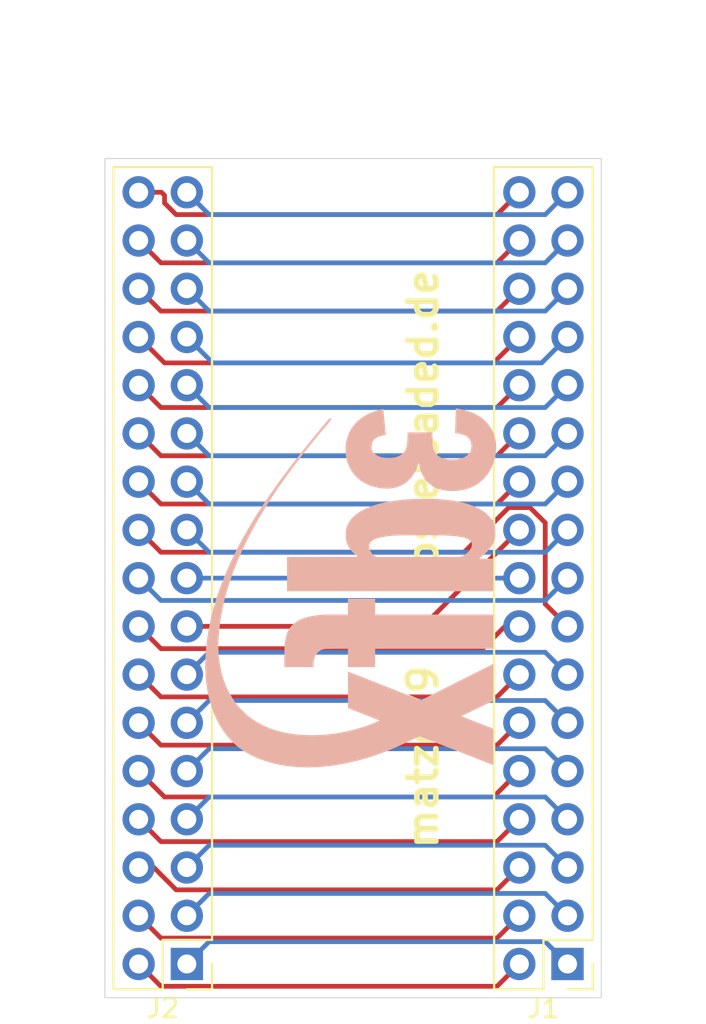
<source format=kicad_pcb>
(kicad_pcb (version 20171130) (host pcbnew "(5.1.8)-1")

  (general
    (thickness 1.6)
    (drawings 11)
    (tracks 109)
    (zones 0)
    (modules 3)
    (nets 35)
  )

  (page A4)
  (layers
    (0 F.Cu signal)
    (31 B.Cu signal)
    (32 B.Adhes user)
    (33 F.Adhes user)
    (34 B.Paste user)
    (35 F.Paste user)
    (36 B.SilkS user)
    (37 F.SilkS user)
    (38 B.Mask user)
    (39 F.Mask user)
    (40 Dwgs.User user)
    (41 Cmts.User user)
    (42 Eco1.User user)
    (43 Eco2.User user)
    (44 Edge.Cuts user)
    (45 Margin user)
    (46 B.CrtYd user)
    (47 F.CrtYd user)
    (48 B.Fab user)
    (49 F.Fab user)
  )

  (setup
    (last_trace_width 0.25)
    (trace_clearance 0.2)
    (zone_clearance 0.508)
    (zone_45_only no)
    (trace_min 0.2)
    (via_size 0.8)
    (via_drill 0.4)
    (via_min_size 0.4)
    (via_min_drill 0.3)
    (uvia_size 0.3)
    (uvia_drill 0.1)
    (uvias_allowed no)
    (uvia_min_size 0.2)
    (uvia_min_drill 0.1)
    (edge_width 0.05)
    (segment_width 0.2)
    (pcb_text_width 0.3)
    (pcb_text_size 1.5 1.5)
    (mod_edge_width 0.12)
    (mod_text_size 1 1)
    (mod_text_width 0.15)
    (pad_size 1.524 1.524)
    (pad_drill 0.762)
    (pad_to_mask_clearance 0)
    (aux_axis_origin 0 0)
    (visible_elements FFFFFF7F)
    (pcbplotparams
      (layerselection 0x010fc_ffffffff)
      (usegerberextensions false)
      (usegerberattributes true)
      (usegerberadvancedattributes true)
      (creategerberjobfile true)
      (excludeedgelayer true)
      (linewidth 0.100000)
      (plotframeref false)
      (viasonmask false)
      (mode 1)
      (useauxorigin false)
      (hpglpennumber 1)
      (hpglpenspeed 20)
      (hpglpendiameter 15.000000)
      (psnegative false)
      (psa4output false)
      (plotreference true)
      (plotvalue true)
      (plotinvisibletext false)
      (padsonsilk false)
      (subtractmaskfromsilk false)
      (outputformat 1)
      (mirror false)
      (drillshape 0)
      (scaleselection 1)
      (outputdirectory "../../../Desktop/3dfx_bridge/"))
  )

  (net 0 "")
  (net 1 /D34)
  (net 2 /D33)
  (net 3 /D32)
  (net 4 /D31)
  (net 5 /D30)
  (net 6 /D29)
  (net 7 /D28)
  (net 8 /D27)
  (net 9 /D26)
  (net 10 /D25)
  (net 11 /D24)
  (net 12 /D23)
  (net 13 /D22)
  (net 14 /D21)
  (net 15 /D20)
  (net 16 /D16)
  (net 17 /D17)
  (net 18 /D18)
  (net 19 /D19)
  (net 20 /D15)
  (net 21 /D14)
  (net 22 /D13)
  (net 23 /D12)
  (net 24 /D11)
  (net 25 /D10)
  (net 26 /D9)
  (net 27 /D8)
  (net 28 /D7)
  (net 29 /D6)
  (net 30 /D5)
  (net 31 /D4)
  (net 32 /D3)
  (net 33 /D2)
  (net 34 /D1)

  (net_class Default "This is the default net class."
    (clearance 0.2)
    (trace_width 0.25)
    (via_dia 0.8)
    (via_drill 0.4)
    (uvia_dia 0.3)
    (uvia_drill 0.1)
    (add_net /D1)
    (add_net /D10)
    (add_net /D11)
    (add_net /D12)
    (add_net /D13)
    (add_net /D14)
    (add_net /D15)
    (add_net /D16)
    (add_net /D17)
    (add_net /D18)
    (add_net /D19)
    (add_net /D2)
    (add_net /D20)
    (add_net /D21)
    (add_net /D22)
    (add_net /D23)
    (add_net /D24)
    (add_net /D25)
    (add_net /D26)
    (add_net /D27)
    (add_net /D28)
    (add_net /D29)
    (add_net /D3)
    (add_net /D30)
    (add_net /D31)
    (add_net /D32)
    (add_net /D33)
    (add_net /D34)
    (add_net /D4)
    (add_net /D5)
    (add_net /D6)
    (add_net /D7)
    (add_net /D8)
    (add_net /D9)
  )

  (module Connector_PinHeader_2.54mm:PinHeader_2x17_P2.54mm_Vertical (layer F.Cu) (tedit 59FED5CC) (tstamp 5FCF1291)
    (at 203.708 132.334 180)
    (descr "Through hole straight pin header, 2x17, 2.54mm pitch, double rows")
    (tags "Through hole pin header THT 2x17 2.54mm double row")
    (path /5FCEAF08)
    (fp_text reference J1 (at 1.27 -2.33) (layer F.SilkS)
      (effects (font (size 1 1) (thickness 0.15)))
    )
    (fp_text value Conn_02x17_Odd_Even (at 1.27 42.97) (layer F.Fab)
      (effects (font (size 1 1) (thickness 0.15)))
    )
    (fp_text user %R (at 1.27 20.32 90) (layer F.Fab)
      (effects (font (size 1 1) (thickness 0.15)))
    )
    (fp_line (start 0 -1.27) (end 3.81 -1.27) (layer F.Fab) (width 0.1))
    (fp_line (start 3.81 -1.27) (end 3.81 41.91) (layer F.Fab) (width 0.1))
    (fp_line (start 3.81 41.91) (end -1.27 41.91) (layer F.Fab) (width 0.1))
    (fp_line (start -1.27 41.91) (end -1.27 0) (layer F.Fab) (width 0.1))
    (fp_line (start -1.27 0) (end 0 -1.27) (layer F.Fab) (width 0.1))
    (fp_line (start -1.33 41.97) (end 3.87 41.97) (layer F.SilkS) (width 0.12))
    (fp_line (start -1.33 1.27) (end -1.33 41.97) (layer F.SilkS) (width 0.12))
    (fp_line (start 3.87 -1.33) (end 3.87 41.97) (layer F.SilkS) (width 0.12))
    (fp_line (start -1.33 1.27) (end 1.27 1.27) (layer F.SilkS) (width 0.12))
    (fp_line (start 1.27 1.27) (end 1.27 -1.33) (layer F.SilkS) (width 0.12))
    (fp_line (start 1.27 -1.33) (end 3.87 -1.33) (layer F.SilkS) (width 0.12))
    (fp_line (start -1.33 0) (end -1.33 -1.33) (layer F.SilkS) (width 0.12))
    (fp_line (start -1.33 -1.33) (end 0 -1.33) (layer F.SilkS) (width 0.12))
    (fp_line (start -1.8 -1.8) (end -1.8 42.45) (layer F.CrtYd) (width 0.05))
    (fp_line (start -1.8 42.45) (end 4.35 42.45) (layer F.CrtYd) (width 0.05))
    (fp_line (start 4.35 42.45) (end 4.35 -1.8) (layer F.CrtYd) (width 0.05))
    (fp_line (start 4.35 -1.8) (end -1.8 -1.8) (layer F.CrtYd) (width 0.05))
    (pad 34 thru_hole oval (at 2.54 40.64 180) (size 1.7 1.7) (drill 1) (layers *.Cu *.Mask)
      (net 2 /D33))
    (pad 33 thru_hole oval (at 0 40.64 180) (size 1.7 1.7) (drill 1) (layers *.Cu *.Mask)
      (net 1 /D34))
    (pad 32 thru_hole oval (at 2.54 38.1 180) (size 1.7 1.7) (drill 1) (layers *.Cu *.Mask)
      (net 4 /D31))
    (pad 31 thru_hole oval (at 0 38.1 180) (size 1.7 1.7) (drill 1) (layers *.Cu *.Mask)
      (net 3 /D32))
    (pad 30 thru_hole oval (at 2.54 35.56 180) (size 1.7 1.7) (drill 1) (layers *.Cu *.Mask)
      (net 6 /D29))
    (pad 29 thru_hole oval (at 0 35.56 180) (size 1.7 1.7) (drill 1) (layers *.Cu *.Mask)
      (net 5 /D30))
    (pad 28 thru_hole oval (at 2.54 33.02 180) (size 1.7 1.7) (drill 1) (layers *.Cu *.Mask)
      (net 8 /D27))
    (pad 27 thru_hole oval (at 0 33.02 180) (size 1.7 1.7) (drill 1) (layers *.Cu *.Mask)
      (net 7 /D28))
    (pad 26 thru_hole oval (at 2.54 30.48 180) (size 1.7 1.7) (drill 1) (layers *.Cu *.Mask)
      (net 10 /D25))
    (pad 25 thru_hole oval (at 0 30.48 180) (size 1.7 1.7) (drill 1) (layers *.Cu *.Mask)
      (net 9 /D26))
    (pad 24 thru_hole oval (at 2.54 27.94 180) (size 1.7 1.7) (drill 1) (layers *.Cu *.Mask)
      (net 12 /D23))
    (pad 23 thru_hole oval (at 0 27.94 180) (size 1.7 1.7) (drill 1) (layers *.Cu *.Mask)
      (net 11 /D24))
    (pad 22 thru_hole oval (at 2.54 25.4 180) (size 1.7 1.7) (drill 1) (layers *.Cu *.Mask)
      (net 14 /D21))
    (pad 21 thru_hole oval (at 0 25.4 180) (size 1.7 1.7) (drill 1) (layers *.Cu *.Mask)
      (net 13 /D22))
    (pad 20 thru_hole oval (at 2.54 22.86 180) (size 1.7 1.7) (drill 1) (layers *.Cu *.Mask)
      (net 16 /D16))
    (pad 19 thru_hole oval (at 0 22.86 180) (size 1.7 1.7) (drill 1) (layers *.Cu *.Mask)
      (net 15 /D20))
    (pad 18 thru_hole oval (at 2.54 20.32 180) (size 1.7 1.7) (drill 1) (layers *.Cu *.Mask)
      (net 18 /D18))
    (pad 17 thru_hole oval (at 0 20.32 180) (size 1.7 1.7) (drill 1) (layers *.Cu *.Mask)
      (net 17 /D17))
    (pad 16 thru_hole oval (at 2.54 17.78 180) (size 1.7 1.7) (drill 1) (layers *.Cu *.Mask)
      (net 20 /D15))
    (pad 15 thru_hole oval (at 0 17.78 180) (size 1.7 1.7) (drill 1) (layers *.Cu *.Mask)
      (net 19 /D19))
    (pad 14 thru_hole oval (at 2.54 15.24 180) (size 1.7 1.7) (drill 1) (layers *.Cu *.Mask)
      (net 22 /D13))
    (pad 13 thru_hole oval (at 0 15.24 180) (size 1.7 1.7) (drill 1) (layers *.Cu *.Mask)
      (net 21 /D14))
    (pad 12 thru_hole oval (at 2.54 12.7 180) (size 1.7 1.7) (drill 1) (layers *.Cu *.Mask)
      (net 24 /D11))
    (pad 11 thru_hole oval (at 0 12.7 180) (size 1.7 1.7) (drill 1) (layers *.Cu *.Mask)
      (net 23 /D12))
    (pad 10 thru_hole oval (at 2.54 10.16 180) (size 1.7 1.7) (drill 1) (layers *.Cu *.Mask)
      (net 26 /D9))
    (pad 9 thru_hole oval (at 0 10.16 180) (size 1.7 1.7) (drill 1) (layers *.Cu *.Mask)
      (net 25 /D10))
    (pad 8 thru_hole oval (at 2.54 7.62 180) (size 1.7 1.7) (drill 1) (layers *.Cu *.Mask)
      (net 28 /D7))
    (pad 7 thru_hole oval (at 0 7.62 180) (size 1.7 1.7) (drill 1) (layers *.Cu *.Mask)
      (net 27 /D8))
    (pad 6 thru_hole oval (at 2.54 5.08 180) (size 1.7 1.7) (drill 1) (layers *.Cu *.Mask)
      (net 30 /D5))
    (pad 5 thru_hole oval (at 0 5.08 180) (size 1.7 1.7) (drill 1) (layers *.Cu *.Mask)
      (net 29 /D6))
    (pad 4 thru_hole oval (at 2.54 2.54 180) (size 1.7 1.7) (drill 1) (layers *.Cu *.Mask)
      (net 32 /D3))
    (pad 3 thru_hole oval (at 0 2.54 180) (size 1.7 1.7) (drill 1) (layers *.Cu *.Mask)
      (net 31 /D4))
    (pad 2 thru_hole oval (at 2.54 0 180) (size 1.7 1.7) (drill 1) (layers *.Cu *.Mask)
      (net 34 /D1))
    (pad 1 thru_hole rect (at 0 0 180) (size 1.7 1.7) (drill 1) (layers *.Cu *.Mask)
      (net 33 /D2))
    (model ${KISYS3DMOD}/Connector_PinHeader_2.54mm.3dshapes/PinHeader_2x17_P2.54mm_Vertical.wrl
      (at (xyz 0 0 0))
      (scale (xyz 1 1 1))
      (rotate (xyz 0 0 0))
    )
  )

  (module Connector_PinHeader_2.54mm:PinHeader_2x17_P2.54mm_Vertical (layer F.Cu) (tedit 59FED5CC) (tstamp 5FCF0E0A)
    (at 183.642 132.334 180)
    (descr "Through hole straight pin header, 2x17, 2.54mm pitch, double rows")
    (tags "Through hole pin header THT 2x17 2.54mm double row")
    (path /5FD4A3D5)
    (fp_text reference J2 (at 1.27 -2.33) (layer F.SilkS)
      (effects (font (size 1 1) (thickness 0.15)))
    )
    (fp_text value Conn_02x17_Odd_Even (at 1.27 42.97) (layer F.Fab)
      (effects (font (size 1 1) (thickness 0.15)))
    )
    (fp_text user %R (at 1.27 20.32 90) (layer F.Fab)
      (effects (font (size 1 1) (thickness 0.15)))
    )
    (fp_line (start 0 -1.27) (end 3.81 -1.27) (layer F.Fab) (width 0.1))
    (fp_line (start 3.81 -1.27) (end 3.81 41.91) (layer F.Fab) (width 0.1))
    (fp_line (start 3.81 41.91) (end -1.27 41.91) (layer F.Fab) (width 0.1))
    (fp_line (start -1.27 41.91) (end -1.27 0) (layer F.Fab) (width 0.1))
    (fp_line (start -1.27 0) (end 0 -1.27) (layer F.Fab) (width 0.1))
    (fp_line (start -1.33 41.97) (end 3.87 41.97) (layer F.SilkS) (width 0.12))
    (fp_line (start -1.33 1.27) (end -1.33 41.97) (layer F.SilkS) (width 0.12))
    (fp_line (start 3.87 -1.33) (end 3.87 41.97) (layer F.SilkS) (width 0.12))
    (fp_line (start -1.33 1.27) (end 1.27 1.27) (layer F.SilkS) (width 0.12))
    (fp_line (start 1.27 1.27) (end 1.27 -1.33) (layer F.SilkS) (width 0.12))
    (fp_line (start 1.27 -1.33) (end 3.87 -1.33) (layer F.SilkS) (width 0.12))
    (fp_line (start -1.33 0) (end -1.33 -1.33) (layer F.SilkS) (width 0.12))
    (fp_line (start -1.33 -1.33) (end 0 -1.33) (layer F.SilkS) (width 0.12))
    (fp_line (start -1.8 -1.8) (end -1.8 42.45) (layer F.CrtYd) (width 0.05))
    (fp_line (start -1.8 42.45) (end 4.35 42.45) (layer F.CrtYd) (width 0.05))
    (fp_line (start 4.35 42.45) (end 4.35 -1.8) (layer F.CrtYd) (width 0.05))
    (fp_line (start 4.35 -1.8) (end -1.8 -1.8) (layer F.CrtYd) (width 0.05))
    (pad 34 thru_hole oval (at 2.54 40.64 180) (size 1.7 1.7) (drill 1) (layers *.Cu *.Mask)
      (net 2 /D33))
    (pad 33 thru_hole oval (at 0 40.64 180) (size 1.7 1.7) (drill 1) (layers *.Cu *.Mask)
      (net 1 /D34))
    (pad 32 thru_hole oval (at 2.54 38.1 180) (size 1.7 1.7) (drill 1) (layers *.Cu *.Mask)
      (net 4 /D31))
    (pad 31 thru_hole oval (at 0 38.1 180) (size 1.7 1.7) (drill 1) (layers *.Cu *.Mask)
      (net 3 /D32))
    (pad 30 thru_hole oval (at 2.54 35.56 180) (size 1.7 1.7) (drill 1) (layers *.Cu *.Mask)
      (net 6 /D29))
    (pad 29 thru_hole oval (at 0 35.56 180) (size 1.7 1.7) (drill 1) (layers *.Cu *.Mask)
      (net 5 /D30))
    (pad 28 thru_hole oval (at 2.54 33.02 180) (size 1.7 1.7) (drill 1) (layers *.Cu *.Mask)
      (net 8 /D27))
    (pad 27 thru_hole oval (at 0 33.02 180) (size 1.7 1.7) (drill 1) (layers *.Cu *.Mask)
      (net 7 /D28))
    (pad 26 thru_hole oval (at 2.54 30.48 180) (size 1.7 1.7) (drill 1) (layers *.Cu *.Mask)
      (net 10 /D25))
    (pad 25 thru_hole oval (at 0 30.48 180) (size 1.7 1.7) (drill 1) (layers *.Cu *.Mask)
      (net 9 /D26))
    (pad 24 thru_hole oval (at 2.54 27.94 180) (size 1.7 1.7) (drill 1) (layers *.Cu *.Mask)
      (net 12 /D23))
    (pad 23 thru_hole oval (at 0 27.94 180) (size 1.7 1.7) (drill 1) (layers *.Cu *.Mask)
      (net 11 /D24))
    (pad 22 thru_hole oval (at 2.54 25.4 180) (size 1.7 1.7) (drill 1) (layers *.Cu *.Mask)
      (net 14 /D21))
    (pad 21 thru_hole oval (at 0 25.4 180) (size 1.7 1.7) (drill 1) (layers *.Cu *.Mask)
      (net 13 /D22))
    (pad 20 thru_hole oval (at 2.54 22.86 180) (size 1.7 1.7) (drill 1) (layers *.Cu *.Mask)
      (net 19 /D19))
    (pad 19 thru_hole oval (at 0 22.86 180) (size 1.7 1.7) (drill 1) (layers *.Cu *.Mask)
      (net 15 /D20))
    (pad 18 thru_hole oval (at 2.54 20.32 180) (size 1.7 1.7) (drill 1) (layers *.Cu *.Mask)
      (net 17 /D17))
    (pad 17 thru_hole oval (at 0 20.32 180) (size 1.7 1.7) (drill 1) (layers *.Cu *.Mask)
      (net 18 /D18))
    (pad 16 thru_hole oval (at 2.54 17.78 180) (size 1.7 1.7) (drill 1) (layers *.Cu *.Mask)
      (net 20 /D15))
    (pad 15 thru_hole oval (at 0 17.78 180) (size 1.7 1.7) (drill 1) (layers *.Cu *.Mask)
      (net 16 /D16))
    (pad 14 thru_hole oval (at 2.54 15.24 180) (size 1.7 1.7) (drill 1) (layers *.Cu *.Mask)
      (net 22 /D13))
    (pad 13 thru_hole oval (at 0 15.24 180) (size 1.7 1.7) (drill 1) (layers *.Cu *.Mask)
      (net 21 /D14))
    (pad 12 thru_hole oval (at 2.54 12.7 180) (size 1.7 1.7) (drill 1) (layers *.Cu *.Mask)
      (net 24 /D11))
    (pad 11 thru_hole oval (at 0 12.7 180) (size 1.7 1.7) (drill 1) (layers *.Cu *.Mask)
      (net 23 /D12))
    (pad 10 thru_hole oval (at 2.54 10.16 180) (size 1.7 1.7) (drill 1) (layers *.Cu *.Mask)
      (net 26 /D9))
    (pad 9 thru_hole oval (at 0 10.16 180) (size 1.7 1.7) (drill 1) (layers *.Cu *.Mask)
      (net 25 /D10))
    (pad 8 thru_hole oval (at 2.54 7.62 180) (size 1.7 1.7) (drill 1) (layers *.Cu *.Mask)
      (net 28 /D7))
    (pad 7 thru_hole oval (at 0 7.62 180) (size 1.7 1.7) (drill 1) (layers *.Cu *.Mask)
      (net 27 /D8))
    (pad 6 thru_hole oval (at 2.54 5.08 180) (size 1.7 1.7) (drill 1) (layers *.Cu *.Mask)
      (net 30 /D5))
    (pad 5 thru_hole oval (at 0 5.08 180) (size 1.7 1.7) (drill 1) (layers *.Cu *.Mask)
      (net 29 /D6))
    (pad 4 thru_hole oval (at 2.54 2.54 180) (size 1.7 1.7) (drill 1) (layers *.Cu *.Mask)
      (net 32 /D3))
    (pad 3 thru_hole oval (at 0 2.54 180) (size 1.7 1.7) (drill 1) (layers *.Cu *.Mask)
      (net 31 /D4))
    (pad 2 thru_hole oval (at 2.54 0 180) (size 1.7 1.7) (drill 1) (layers *.Cu *.Mask)
      (net 34 /D1))
    (pad 1 thru_hole rect (at 0 0 180) (size 1.7 1.7) (drill 1) (layers *.Cu *.Mask)
      (net 33 /D2))
    (model ${KISYS3DMOD}/Connector_PinHeader_2.54mm.3dshapes/PinHeader_2x17_P2.54mm_Vertical.wrl
      (at (xyz 0 0 0))
      (scale (xyz 1 1 1))
      (rotate (xyz 0 0 0))
    )
  )

  (module 3Dfx:3dfx (layer B.Cu) (tedit 0) (tstamp 5FCF0768)
    (at 192.278 112.522 270)
    (fp_text reference G*** (at 0 0 270) (layer B.SilkS) hide
      (effects (font (size 1.524 1.524) (thickness 0.3)) (justify mirror))
    )
    (fp_text value LOGO (at 0.75 0 270) (layer B.SilkS) hide
      (effects (font (size 1.524 1.524) (thickness 0.3)) (justify mirror))
    )
    (fp_poly (pts (xy -7.143518 0.263837) (xy -6.994268 0.252962) (xy -6.860875 0.234541) (xy -6.810375 0.224234)
      (xy -6.562246 0.152042) (xy -6.332693 0.054493) (xy -6.122473 -0.067492) (xy -5.932339 -0.212994)
      (xy -5.763046 -0.381095) (xy -5.615349 -0.570873) (xy -5.490001 -0.781411) (xy -5.387757 -1.011789)
      (xy -5.309373 -1.261086) (xy -5.255601 -1.528385) (xy -5.235673 -1.694745) (xy -5.226435 -1.946373)
      (xy -5.245767 -2.184583) (xy -5.293621 -2.409181) (xy -5.369945 -2.619973) (xy -5.47469 -2.816765)
      (xy -5.554845 -2.932933) (xy -5.688684 -3.085565) (xy -5.84762 -3.224867) (xy -6.026582 -3.3474)
      (xy -6.220498 -3.449729) (xy -6.424295 -3.528414) (xy -6.441282 -3.53371) (xy -6.500224 -3.553063)
      (xy -6.545404 -3.570398) (xy -6.569844 -3.582927) (xy -6.57225 -3.585989) (xy -6.557712 -3.593926)
      (xy -6.518304 -3.606094) (xy -6.460332 -3.620729) (xy -6.401594 -3.633703) (xy -6.172441 -3.695131)
      (xy -5.963076 -3.779483) (xy -5.774552 -3.885911) (xy -5.60792 -4.013568) (xy -5.464232 -4.161607)
      (xy -5.344542 -4.329178) (xy -5.249901 -4.515435) (xy -5.223662 -4.582742) (xy -5.159093 -4.802746)
      (xy -5.117791 -5.037283) (xy -5.099329 -5.28112) (xy -5.103279 -5.529025) (xy -5.129213 -5.775764)
      (xy -5.176702 -6.016103) (xy -5.245319 -6.244809) (xy -5.334636 -6.456649) (xy -5.38459 -6.550551)
      (xy -5.502033 -6.736375) (xy -5.629481 -6.899398) (xy -5.767158 -7.042202) (xy -5.959545 -7.202274)
      (xy -6.172439 -7.340599) (xy -6.40215 -7.455987) (xy -6.644989 -7.547249) (xy -6.897265 -7.613194)
      (xy -7.155291 -7.652635) (xy -7.415375 -7.664379) (xy -7.65175 -7.649879) (xy -7.889424 -7.607164)
      (xy -8.117566 -7.535304) (xy -8.333499 -7.435792) (xy -8.534545 -7.310121) (xy -8.718025 -7.159782)
      (xy -8.881262 -6.986268) (xy -8.912652 -6.947113) (xy -9.033249 -6.777008) (xy -9.1377 -6.595724)
      (xy -9.227432 -6.399602) (xy -9.303871 -6.184981) (xy -9.368445 -5.948201) (xy -9.422578 -5.685604)
      (xy -9.436865 -5.602043) (xy -9.446262 -5.544648) (xy -8.9816 -5.534306) (xy -8.851888 -5.531223)
      (xy -8.722392 -5.527787) (xy -8.599415 -5.524192) (xy -8.489257 -5.520631) (xy -8.398222 -5.517297)
      (xy -8.33261 -5.514385) (xy -8.332461 -5.514377) (xy -8.147985 -5.50479) (xy -8.136316 -5.613864)
      (xy -8.110838 -5.771529) (xy -8.070386 -5.917271) (xy -8.016973 -6.045914) (xy -7.952609 -6.152281)
      (xy -7.905831 -6.207044) (xy -7.808053 -6.283211) (xy -7.692785 -6.336947) (xy -7.565779 -6.367452)
      (xy -7.432782 -6.373931) (xy -7.299545 -6.355584) (xy -7.171816 -6.311615) (xy -7.167301 -6.3095)
      (xy -7.069232 -6.246711) (xy -6.979769 -6.157238) (xy -6.902236 -6.045702) (xy -6.839956 -5.916728)
      (xy -6.803018 -5.802821) (xy -6.774786 -5.656783) (xy -6.758827 -5.491896) (xy -6.755134 -5.31859)
      (xy -6.763705 -5.147297) (xy -6.784534 -4.988448) (xy -6.803373 -4.901677) (xy -6.857263 -4.746941)
      (xy -6.932927 -4.615295) (xy -7.030545 -4.50655) (xy -7.150298 -4.420519) (xy -7.292366 -4.357013)
      (xy -7.342188 -4.341526) (xy -7.385586 -4.331705) (xy -7.441303 -4.323818) (xy -7.51358 -4.317544)
      (xy -7.606659 -4.312565) (xy -7.724781 -4.30856) (xy -7.806532 -4.306557) (xy -8.175625 -4.298434)
      (xy -8.175625 -3.004027) (xy -7.854157 -2.996194) (xy -7.735494 -2.992764) (xy -7.642948 -2.98863)
      (xy -7.570882 -2.983263) (xy -7.513664 -2.976134) (xy -7.46566 -2.966713) (xy -7.426034 -2.955944)
      (xy -7.272415 -2.895858) (xy -7.142957 -2.815769) (xy -7.036569 -2.714514) (xy -6.952158 -2.590928)
      (xy -6.888631 -2.443847) (xy -6.863025 -2.355842) (xy -6.847817 -2.269175) (xy -6.838402 -2.160397)
      (xy -6.834677 -2.038598) (xy -6.836538 -1.912866) (xy -6.843884 -1.792289) (xy -6.856612 -1.685955)
      (xy -6.871394 -1.614266) (xy -6.924413 -1.461213) (xy -6.993984 -1.332317) (xy -7.07909 -1.228983)
      (xy -7.178718 -1.152618) (xy -7.220612 -1.130761) (xy -7.265715 -1.111795) (xy -7.306143 -1.100839)
      (xy -7.352439 -1.09642) (xy -7.415149 -1.097062) (xy -7.450799 -1.098575) (xy -7.531657 -1.104337)
      (xy -7.591738 -1.114223) (xy -7.641968 -1.13056) (xy -7.6762 -1.146609) (xy -7.768643 -1.209726)
      (xy -7.852859 -1.297047) (xy -7.921984 -1.401055) (xy -7.938494 -1.433836) (xy -7.963033 -1.493253)
      (xy -7.988585 -1.566514) (xy -8.012526 -1.644595) (xy -8.032227 -1.718471) (xy -8.045064 -1.779116)
      (xy -8.048625 -1.812289) (xy -8.061001 -1.836922) (xy -8.08031 -1.8415) (xy -8.106564 -1.839971)
      (xy -8.159058 -1.835653) (xy -8.233787 -1.828949) (xy -8.326743 -1.82026) (xy -8.433919 -1.80999)
      (xy -8.55131 -1.79854) (xy -8.674906 -1.786314) (xy -8.800703 -1.773713) (xy -8.924692 -1.76114)
      (xy -9.042867 -1.748998) (xy -9.151221 -1.737688) (xy -9.245747 -1.727614) (xy -9.322438 -1.719178)
      (xy -9.377287 -1.712781) (xy -9.406287 -1.708828) (xy -9.409822 -1.70797) (xy -9.411638 -1.686868)
      (xy -9.404151 -1.640137) (xy -9.388447 -1.572149) (xy -9.365609 -1.487277) (xy -9.336723 -1.389894)
      (xy -9.310378 -1.307108) (xy -9.208211 -1.037987) (xy -9.085997 -0.792478) (xy -8.944274 -0.571063)
      (xy -8.783579 -0.374226) (xy -8.60445 -0.20245) (xy -8.407424 -0.056219) (xy -8.193037 0.063985)
      (xy -7.961828 0.157679) (xy -7.714333 0.224379) (xy -7.581298 0.247952) (xy -7.447545 0.261656)
      (xy -7.298114 0.266843) (xy -7.143518 0.263837)) (layer B.SilkS) (width 0.01))
    (fp_poly (pts (xy 0.174625 3.349625) (xy 0.174625 -7.508875) (xy -1.524 -7.508875) (xy -1.524 -7.134489)
      (xy -1.52456 -7.028902) (xy -1.526134 -6.935494) (xy -1.528563 -6.858491) (xy -1.531688 -6.802115)
      (xy -1.535351 -6.77059) (xy -1.537875 -6.765395) (xy -1.552983 -6.77942) (xy -1.582636 -6.813008)
      (xy -1.622017 -6.860559) (xy -1.651641 -6.897687) (xy -1.727651 -6.989619) (xy -1.813552 -7.085706)
      (xy -1.903507 -7.180016) (xy -1.991681 -7.266616) (xy -2.072239 -7.339575) (xy -2.137724 -7.391802)
      (xy -2.297629 -7.487612) (xy -2.475058 -7.559524) (xy -2.665454 -7.606456) (xy -2.864261 -7.627325)
      (xy -3.066921 -7.621049) (xy -3.091514 -7.618394) (xy -3.278552 -7.581053) (xy -3.455183 -7.514112)
      (xy -3.621153 -7.418055) (xy -3.77621 -7.293362) (xy -3.920099 -7.140517) (xy -4.052567 -6.960003)
      (xy -4.173361 -6.752302) (xy -4.282228 -6.517897) (xy -4.378914 -6.25727) (xy -4.463166 -5.970905)
      (xy -4.534731 -5.659283) (xy -4.593354 -5.322887) (xy -4.638784 -4.9622) (xy -4.66835 -4.614674)
      (xy -4.67416 -4.499057) (xy -4.678119 -4.357498) (xy -4.680305 -4.195748) (xy -4.68058 -4.09761)
      (xy -2.775322 -4.09761) (xy -2.773074 -4.392161) (xy -2.768459 -4.659592) (xy -2.761369 -4.901424)
      (xy -2.751698 -5.119178) (xy -2.739339 -5.314375) (xy -2.724185 -5.488538) (xy -2.70613 -5.643186)
      (xy -2.685065 -5.779842) (xy -2.660885 -5.900026) (xy -2.633482 -6.00526) (xy -2.60275 -6.097064)
      (xy -2.581414 -6.149182) (xy -2.537123 -6.230295) (xy -2.482405 -6.301843) (xy -2.42413 -6.35569)
      (xy -2.389483 -6.376499) (xy -2.324256 -6.392458) (xy -2.242822 -6.392037) (xy -2.155486 -6.376329)
      (xy -2.072554 -6.346425) (xy -2.063441 -6.341961) (xy -1.957023 -6.271953) (xy -1.8565 -6.173955)
      (xy -1.765152 -6.051621) (xy -1.700158 -5.93724) (xy -1.61925 -5.775625) (xy -1.619399 -3.566469)
      (xy -1.619548 -1.357312) (xy -1.665264 -1.277613) (xy -1.743243 -1.171324) (xy -1.84205 -1.083811)
      (xy -1.955895 -1.018823) (xy -2.078991 -0.980109) (xy -2.136911 -0.972172) (xy -2.232745 -0.974174)
      (xy -2.319068 -0.997084) (xy -2.396408 -1.041993) (xy -2.465297 -1.109994) (xy -2.526262 -1.202177)
      (xy -2.579833 -1.319633) (xy -2.62654 -1.463455) (xy -2.666913 -1.634733) (xy -2.70148 -1.834559)
      (xy -2.730772 -2.064024) (xy -2.747309 -2.230437) (xy -2.750512 -2.280573) (xy -2.753803 -2.359057)
      (xy -2.757108 -2.462489) (xy -2.760353 -2.587465) (xy -2.763466 -2.730587) (xy -2.766371 -2.888451)
      (xy -2.768995 -3.057656) (xy -2.771264 -3.234802) (xy -2.773105 -3.416487) (xy -2.773145 -3.421062)
      (xy -2.77531 -3.774417) (xy -2.775322 -4.09761) (xy -4.68058 -4.09761) (xy -4.680799 -4.019557)
      (xy -4.679679 -3.834674) (xy -4.677025 -3.646848) (xy -4.672916 -3.461831) (xy -4.667432 -3.285372)
      (xy -4.660651 -3.123221) (xy -4.652654 -2.981127) (xy -4.64432 -2.873375) (xy -4.598585 -2.459404)
      (xy -4.540338 -2.074359) (xy -4.469591 -1.71827) (xy -4.386357 -1.391166) (xy -4.290649 -1.093076)
      (xy -4.182479 -0.82403) (xy -4.06186 -0.584058) (xy -3.928805 -0.373188) (xy -3.783325 -0.19145)
      (xy -3.625435 -0.038874) (xy -3.455146 0.084511) (xy -3.351904 0.142086) (xy -3.233804 0.193734)
      (xy -3.11466 0.229073) (xy -2.985437 0.250022) (xy -2.837098 0.258498) (xy -2.801938 0.258876)
      (xy -2.670425 0.256139) (xy -2.558617 0.245502) (xy -2.455036 0.225048) (xy -2.348207 0.192861)
      (xy -2.297789 0.174703) (xy -2.185379 0.121403) (xy -2.065302 0.044548) (xy -1.943752 -0.050853)
      (xy -1.826919 -0.159789) (xy -1.720998 -0.27725) (xy -1.688637 -0.318152) (xy -1.627188 -0.39873)
      (xy -1.61912 3.349626) (xy -0.722248 3.349626) (xy 0.174625 3.349625)) (layer B.SilkS) (width 0.01))
    (fp_poly (pts (xy 4.175125 1.959058) (xy 4.075906 1.965343) (xy 3.970003 1.963817) (xy 3.850878 1.948886)
      (xy 3.731866 1.923043) (xy 3.626302 1.888779) (xy 3.595687 1.875581) (xy 3.489852 1.813381)
      (xy 3.395097 1.733503) (xy 3.32002 1.643702) (xy 3.297315 1.606538) (xy 3.275413 1.564611)
      (xy 3.257343 1.524479) (xy 3.242739 1.482648) (xy 3.231236 1.435629) (xy 3.222466 1.37993)
      (xy 3.216065 1.31206) (xy 3.211666 1.228526) (xy 3.208903 1.125839) (xy 3.20741 1.000507)
      (xy 3.206821 0.849038) (xy 3.20675 0.74279) (xy 3.20675 0.142875) (xy 4.175125 0.142875)
      (xy 4.175125 -1.285875) (xy 3.20675 -1.285875) (xy 3.20675 -7.508875) (xy 1.412875 -7.508875)
      (xy 1.412875 -1.285875) (xy 0.587375 -1.285875) (xy 0.587375 0.142875) (xy 1.412875 0.142875)
      (xy 1.412913 0.726282) (xy 1.413376 0.870491) (xy 1.414672 1.014271) (xy 1.416693 1.152175)
      (xy 1.41933 1.278755) (xy 1.422473 1.388565) (xy 1.426015 1.476158) (xy 1.428867 1.524)
      (xy 1.458504 1.821523) (xy 1.501512 2.090926) (xy 1.558521 2.333172) (xy 1.630166 2.549226)
      (xy 1.717079 2.74005) (xy 1.819892 2.906607) (xy 1.939238 3.049862) (xy 2.07575 3.170778)
      (xy 2.23006 3.270317) (xy 2.402801 3.349444) (xy 2.594606 3.409121) (xy 2.679342 3.428281)
      (xy 2.791369 3.447654) (xy 2.920367 3.463309) (xy 3.069099 3.475413) (xy 3.24033 3.484134)
      (xy 3.436826 3.489639) (xy 3.661351 3.492097) (xy 3.734593 3.492265) (xy 4.175125 3.4925)
      (xy 4.175125 1.959058)) (layer B.SilkS) (width 0.01))
    (fp_poly (pts (xy 4.541042 7.649245) (xy 4.967542 7.613394) (xy 5.380267 7.553579) (xy 5.780732 7.469709)
      (xy 6.170452 7.361691) (xy 6.24966 7.336391) (xy 6.622079 7.200397) (xy 6.97157 7.043357)
      (xy 7.297834 6.865514) (xy 7.600574 6.667113) (xy 7.879493 6.448398) (xy 8.134294 6.209613)
      (xy 8.364678 5.951003) (xy 8.570348 5.672811) (xy 8.751007 5.375282) (xy 8.834022 5.214938)
      (xy 9.001325 4.83734) (xy 9.142588 4.442352) (xy 9.257786 4.030784) (xy 9.346896 3.603445)
      (xy 9.409894 3.161144) (xy 9.446756 2.704689) (xy 9.457458 2.234891) (xy 9.441975 1.752559)
      (xy 9.400285 1.258501) (xy 9.332363 0.753527) (xy 9.238185 0.238447) (xy 9.117728 -0.285932)
      (xy 9.00848 -0.690562) (xy 8.936396 -0.934738) (xy 8.863104 -1.168364) (xy 8.786929 -1.395706)
      (xy 8.706198 -1.621027) (xy 8.619235 -1.848594) (xy 8.524367 -2.082671) (xy 8.419919 -2.327524)
      (xy 8.304216 -2.587418) (xy 8.175583 -2.866618) (xy 8.048826 -3.134891) (xy 7.81099 -3.633353)
      (xy 8.566289 -5.559153) (xy 8.658975 -5.795422) (xy 8.748507 -6.023551) (xy 8.834198 -6.24179)
      (xy 8.915359 -6.448393) (xy 8.991303 -6.641611) (xy 9.061341 -6.819696) (xy 9.124786 -6.980899)
      (xy 9.180948 -7.123472) (xy 9.229141 -7.245668) (xy 9.268676 -7.345739) (xy 9.298865 -7.421935)
      (xy 9.31902 -7.472509) (xy 9.328452 -7.495713) (xy 9.329058 -7.497038) (xy 9.314999 -7.49913)
      (xy 9.2719 -7.500975) (xy 9.202468 -7.50255) (xy 9.109412 -7.503832) (xy 8.99544 -7.504798)
      (xy 8.86326 -7.505426) (xy 8.715582 -7.505693) (xy 8.555112 -7.505577) (xy 8.38456 -7.505053)
      (xy 8.379159 -7.50503) (xy 7.421791 -7.500937) (xy 7.096239 -6.671699) (xy 7.035794 -6.518151)
      (xy 6.97866 -6.373814) (xy 6.925904 -6.241333) (xy 6.878595 -6.123354) (xy 6.837802 -6.02252)
      (xy 6.804593 -5.941479) (xy 6.780037 -5.882876) (xy 6.765203 -5.849354) (xy 6.761175 -5.84223)
      (xy 6.752776 -5.856097) (xy 6.731952 -5.896104) (xy 6.699942 -5.959731) (xy 6.657983 -6.044455)
      (xy 6.607312 -6.147757) (xy 6.549166 -6.267115) (xy 6.484783 -6.400009) (xy 6.4154 -6.543918)
      (xy 6.354159 -6.671468) (xy 5.956655 -7.500937) (xy 4.014183 -7.509119) (xy 4.971076 -5.60712)
      (xy 5.927968 -3.70512) (xy 5.172721 -1.785091) (xy 4.417473 0.134938) (xy 5.370382 0.139032)
      (xy 5.541255 0.139676) (xy 5.702483 0.14011) (xy 5.851302 0.140337) (xy 5.984948 0.140362)
      (xy 6.100655 0.140189) (xy 6.19566 0.139822) (xy 6.267199 0.139265) (xy 6.312506 0.138523)
      (xy 6.328814 0.137602) (xy 6.335494 0.122203) (xy 6.352668 0.079967) (xy 6.379254 0.013624)
      (xy 6.414169 -0.074098) (xy 6.45633 -0.180471) (xy 6.504657 -0.302767) (xy 6.558065 -0.438257)
      (xy 6.615473 -0.584213) (xy 6.64533 -0.660241) (xy 6.704801 -0.811718) (xy 6.761147 -0.955165)
      (xy 6.813233 -1.087695) (xy 6.859923 -1.206424) (xy 6.900082 -1.308465) (xy 6.932575 -1.390933)
      (xy 6.956266 -1.450943) (xy 6.970019 -1.485608) (xy 6.972697 -1.49225) (xy 6.982157 -1.511718)
      (xy 6.991333 -1.514546) (xy 7.004293 -1.497049) (xy 7.025106 -1.45554) (xy 7.03404 -1.436687)
      (xy 7.117557 -1.247735) (xy 7.202032 -1.034056) (xy 7.285232 -0.802513) (xy 7.364925 -0.559967)
      (xy 7.438878 -0.313281) (xy 7.504857 -0.069318) (xy 7.560631 0.165061) (xy 7.571238 0.214313)
      (xy 7.66038 0.696704) (xy 7.723306 1.173272) (xy 7.760014 1.642225) (xy 7.770499 2.101773)
      (xy 7.754759 2.550126) (xy 7.712789 2.985494) (xy 7.644587 3.406085) (xy 7.57802 3.703602)
      (xy 7.470331 4.074044) (xy 7.338699 4.42364) (xy 7.183116 4.75241) (xy 7.003573 5.060369)
      (xy 6.800063 5.347537) (xy 6.754089 5.405438) (xy 6.672981 5.499954) (xy 6.574302 5.606076)
      (xy 6.465477 5.716469) (xy 6.353929 5.823799) (xy 6.247081 5.920731) (xy 6.152672 5.999681)
      (xy 5.85902 6.210899) (xy 5.546189 6.396877) (xy 5.214328 6.557562) (xy 4.863591 6.692897)
      (xy 4.494129 6.802831) (xy 4.106094 6.887307) (xy 3.699638 6.946273) (xy 3.429 6.970662)
      (xy 3.153892 6.981568) (xy 2.854731 6.978182) (xy 2.535536 6.961046) (xy 2.200325 6.930702)
      (xy 1.853117 6.887694) (xy 1.497929 6.832562) (xy 1.138781 6.765849) (xy 0.779692 6.688098)
      (xy 0.424679 6.59985) (xy 0.182562 6.532648) (xy -0.344795 6.368406) (xy -0.875759 6.180487)
      (xy -1.410963 5.968508) (xy -1.951045 5.732087) (xy -2.49664 5.470841) (xy -3.048384 5.184388)
      (xy -3.606912 4.872344) (xy -4.172861 4.534329) (xy -4.746866 4.169959) (xy -5.329562 3.778851)
      (xy -5.921587 3.360624) (xy -6.523575 2.914894) (xy -7.136162 2.44128) (xy -7.759984 1.939398)
      (xy -8.395677 1.408867) (xy -8.543288 1.283047) (xy -8.648004 1.194276) (xy -8.731754 1.125447)
      (xy -8.796946 1.075013) (xy -8.845991 1.04143) (xy -8.881297 1.023152) (xy -8.905272 1.018635)
      (xy -8.920328 1.026332) (xy -8.926505 1.037242) (xy -8.930244 1.04998) (xy -8.930582 1.063468)
      (xy -8.925975 1.079118) (xy -8.914876 1.098342) (xy -8.895743 1.122551) (xy -8.867028 1.153158)
      (xy -8.827189 1.191573) (xy -8.774678 1.239209) (xy -8.707953 1.297476) (xy -8.625467 1.367788)
      (xy -8.525676 1.451555) (xy -8.407034 1.550189) (xy -8.267998 1.665102) (xy -8.107022 1.797706)
      (xy -7.979128 1.902902) (xy -7.423592 2.354676) (xy -6.885652 2.781854) (xy -6.36402 3.185366)
      (xy -5.857408 3.566138) (xy -5.364526 3.925099) (xy -4.884085 4.263176) (xy -4.414798 4.581298)
      (xy -3.955375 4.880391) (xy -3.504527 5.161385) (xy -3.198813 5.344587) (xy -2.712544 5.624234)
      (xy -2.240565 5.881147) (xy -1.777745 6.117708) (xy -1.318948 6.336297) (xy -0.859042 6.539296)
      (xy -0.392893 6.729086) (xy 0.084631 6.908048) (xy 0.436562 7.030918) (xy 0.726854 7.123709)
      (xy 1.040823 7.213785) (xy 1.370407 7.299255) (xy 1.707544 7.378222) (xy 2.044173 7.448795)
      (xy 2.372231 7.509078) (xy 2.667 7.554868) (xy 3.163746 7.613945) (xy 3.640658 7.649429)
      (xy 4.099252 7.661226) (xy 4.541042 7.649245)) (layer B.SilkS) (width 0.01))
  )

  (gr_text "matze79 / dosreloaded.de\n" (at 196.088 110.998 90) (layer F.SilkS)
    (effects (font (size 1.5 1.5) (thickness 0.3)))
  )
  (dimension 24.384 (width 0.15) (layer Dwgs.User)
    (gr_text "24,384 mm" (at 192.278 85.568) (layer Dwgs.User)
      (effects (font (size 1 1) (thickness 0.15)))
    )
    (feature1 (pts (xy 204.47 91.694) (xy 204.47 86.281579)))
    (feature2 (pts (xy 180.086 91.694) (xy 180.086 86.281579)))
    (crossbar (pts (xy 180.086 86.868) (xy 204.47 86.868)))
    (arrow1a (pts (xy 204.47 86.868) (xy 203.343496 87.454421)))
    (arrow1b (pts (xy 204.47 86.868) (xy 203.343496 86.281579)))
    (arrow2a (pts (xy 180.086 86.868) (xy 181.212504 87.454421)))
    (arrow2b (pts (xy 180.086 86.868) (xy 181.212504 86.281579)))
  )
  (dimension 26.162 (width 0.15) (layer Dwgs.User)
    (gr_text "26,162 mm" (at 192.405 82.266) (layer Dwgs.User)
      (effects (font (size 1 1) (thickness 0.15)))
    )
    (feature1 (pts (xy 205.486 89.916) (xy 205.486 82.979579)))
    (feature2 (pts (xy 179.324 89.916) (xy 179.324 82.979579)))
    (crossbar (pts (xy 179.324 83.566) (xy 205.486 83.566)))
    (arrow1a (pts (xy 205.486 83.566) (xy 204.359496 84.152421)))
    (arrow1b (pts (xy 205.486 83.566) (xy 204.359496 82.979579)))
    (arrow2a (pts (xy 179.324 83.566) (xy 180.450504 84.152421)))
    (arrow2b (pts (xy 179.324 83.566) (xy 180.450504 82.979579)))
  )
  (gr_line (start 179.324 133.858) (end 179.324 134.112) (layer Edge.Cuts) (width 0.05))
  (gr_line (start 179.324 134.112) (end 205.486 134.112) (layer Edge.Cuts) (width 0.05))
  (gr_line (start 205.486 90.17) (end 205.486 89.916) (layer Edge.Cuts) (width 0.05))
  (gr_line (start 205.486 134.112) (end 205.486 133.858) (layer Edge.Cuts) (width 0.05) (tstamp 5FCEA680))
  (gr_line (start 179.324 89.916) (end 179.324 90.17) (layer Edge.Cuts) (width 0.05) (tstamp 5FCEA681))
  (gr_line (start 179.324 133.858) (end 179.324 90.17) (layer Edge.Cuts) (width 0.05))
  (gr_line (start 205.486 89.916) (end 179.324 89.916) (layer Edge.Cuts) (width 0.05))
  (gr_line (start 205.486 90.17) (end 205.486 133.858) (layer Edge.Cuts) (width 0.05))

  (segment (start 202.532999 92.869001) (end 203.708 91.694) (width 0.25) (layer B.Cu) (net 1))
  (segment (start 184.817001 92.869001) (end 202.532999 92.869001) (width 0.25) (layer B.Cu) (net 1))
  (segment (start 183.642 91.694) (end 184.817001 92.869001) (width 0.25) (layer B.Cu) (net 1))
  (segment (start 182.466999 92.258001) (end 183.077999 92.869001) (width 0.25) (layer F.Cu) (net 2))
  (segment (start 182.466999 91.856918) (end 182.466999 92.258001) (width 0.25) (layer F.Cu) (net 2))
  (segment (start 182.304081 91.694) (end 182.466999 91.856918) (width 0.25) (layer F.Cu) (net 2))
  (segment (start 181.102 91.694) (end 182.304081 91.694) (width 0.25) (layer F.Cu) (net 2))
  (segment (start 199.992999 92.869001) (end 201.168 91.694) (width 0.25) (layer F.Cu) (net 2))
  (segment (start 183.077999 92.869001) (end 199.992999 92.869001) (width 0.25) (layer F.Cu) (net 2))
  (segment (start 202.532999 95.409001) (end 203.708 94.234) (width 0.25) (layer B.Cu) (net 3))
  (segment (start 184.817001 95.409001) (end 202.532999 95.409001) (width 0.25) (layer B.Cu) (net 3))
  (segment (start 183.642 94.234) (end 184.817001 95.409001) (width 0.25) (layer B.Cu) (net 3))
  (segment (start 199.992999 95.409001) (end 201.168 94.234) (width 0.25) (layer F.Cu) (net 4))
  (segment (start 182.277001 95.409001) (end 199.992999 95.409001) (width 0.25) (layer F.Cu) (net 4))
  (segment (start 181.102 94.234) (end 182.277001 95.409001) (width 0.25) (layer F.Cu) (net 4))
  (segment (start 202.532999 97.949001) (end 203.708 96.774) (width 0.25) (layer B.Cu) (net 5))
  (segment (start 184.817001 97.949001) (end 202.532999 97.949001) (width 0.25) (layer B.Cu) (net 5))
  (segment (start 183.642 96.774) (end 184.817001 97.949001) (width 0.25) (layer B.Cu) (net 5))
  (segment (start 199.992999 97.949001) (end 201.168 96.774) (width 0.25) (layer F.Cu) (net 6))
  (segment (start 182.277001 97.949001) (end 199.992999 97.949001) (width 0.25) (layer F.Cu) (net 6))
  (segment (start 181.102 96.774) (end 182.277001 97.949001) (width 0.25) (layer F.Cu) (net 6))
  (segment (start 202.343001 100.678999) (end 203.708 99.314) (width 0.25) (layer B.Cu) (net 7))
  (segment (start 185.006999 100.678999) (end 202.343001 100.678999) (width 0.25) (layer B.Cu) (net 7))
  (segment (start 183.642 99.314) (end 185.006999 100.678999) (width 0.25) (layer B.Cu) (net 7))
  (segment (start 199.803001 100.678999) (end 201.168 99.314) (width 0.25) (layer F.Cu) (net 8))
  (segment (start 182.466999 100.678999) (end 199.803001 100.678999) (width 0.25) (layer F.Cu) (net 8))
  (segment (start 181.102 99.314) (end 182.466999 100.678999) (width 0.25) (layer F.Cu) (net 8))
  (segment (start 202.532999 103.029001) (end 203.708 101.854) (width 0.25) (layer B.Cu) (net 9))
  (segment (start 184.817001 103.029001) (end 202.532999 103.029001) (width 0.25) (layer B.Cu) (net 9))
  (segment (start 183.642 101.854) (end 184.817001 103.029001) (width 0.25) (layer B.Cu) (net 9))
  (segment (start 199.992999 103.029001) (end 201.168 101.854) (width 0.25) (layer F.Cu) (net 10))
  (segment (start 182.277001 103.029001) (end 199.992999 103.029001) (width 0.25) (layer F.Cu) (net 10))
  (segment (start 181.102 101.854) (end 182.277001 103.029001) (width 0.25) (layer F.Cu) (net 10))
  (segment (start 202.532999 105.569001) (end 203.708 104.394) (width 0.25) (layer B.Cu) (net 11))
  (segment (start 184.817001 105.569001) (end 202.532999 105.569001) (width 0.25) (layer B.Cu) (net 11))
  (segment (start 183.642 104.394) (end 184.817001 105.569001) (width 0.25) (layer B.Cu) (net 11))
  (segment (start 199.992999 105.569001) (end 201.168 104.394) (width 0.25) (layer F.Cu) (net 12))
  (segment (start 182.277001 105.569001) (end 199.992999 105.569001) (width 0.25) (layer F.Cu) (net 12))
  (segment (start 181.102 104.394) (end 182.277001 105.569001) (width 0.25) (layer F.Cu) (net 12))
  (segment (start 202.532999 108.109001) (end 203.708 106.934) (width 0.25) (layer B.Cu) (net 13))
  (segment (start 184.817001 108.109001) (end 202.532999 108.109001) (width 0.25) (layer B.Cu) (net 13))
  (segment (start 183.642 106.934) (end 184.817001 108.109001) (width 0.25) (layer B.Cu) (net 13))
  (segment (start 199.992999 108.109001) (end 201.168 106.934) (width 0.25) (layer F.Cu) (net 14))
  (segment (start 182.277001 108.109001) (end 199.992999 108.109001) (width 0.25) (layer F.Cu) (net 14))
  (segment (start 181.102 106.934) (end 182.277001 108.109001) (width 0.25) (layer F.Cu) (net 14))
  (segment (start 202.532999 110.649001) (end 203.708 109.474) (width 0.25) (layer B.Cu) (net 15))
  (segment (start 184.817001 110.649001) (end 202.532999 110.649001) (width 0.25) (layer B.Cu) (net 15))
  (segment (start 183.642 109.474) (end 184.817001 110.649001) (width 0.25) (layer B.Cu) (net 15))
  (segment (start 183.642 114.554) (end 183.642 114.3) (width 0.25) (layer B.Cu) (net 16))
  (segment (start 196.088 114.554) (end 201.168 109.474) (width 0.25) (layer F.Cu) (net 16))
  (segment (start 183.642 114.554) (end 196.088 114.554) (width 0.25) (layer F.Cu) (net 16))
  (segment (start 202.532999 113.189001) (end 203.708 112.014) (width 0.25) (layer B.Cu) (net 17))
  (segment (start 182.277001 113.189001) (end 202.532999 113.189001) (width 0.25) (layer B.Cu) (net 17))
  (segment (start 181.102 112.014) (end 182.277001 113.189001) (width 0.25) (layer B.Cu) (net 17))
  (segment (start 183.642 112.014) (end 201.168 112.014) (width 0.25) (layer B.Cu) (net 18))
  (segment (start 202.532999 113.378999) (end 203.708 114.554) (width 0.25) (layer F.Cu) (net 19))
  (segment (start 200.603999 108.298999) (end 201.732001 108.298999) (width 0.25) (layer F.Cu) (net 19))
  (segment (start 202.532999 109.099997) (end 202.532999 113.378999) (width 0.25) (layer F.Cu) (net 19))
  (segment (start 198.253997 110.649001) (end 200.603999 108.298999) (width 0.25) (layer F.Cu) (net 19))
  (segment (start 182.277001 110.649001) (end 198.253997 110.649001) (width 0.25) (layer F.Cu) (net 19))
  (segment (start 201.732001 108.298999) (end 202.532999 109.099997) (width 0.25) (layer F.Cu) (net 19))
  (segment (start 181.102 109.474) (end 182.277001 110.649001) (width 0.25) (layer F.Cu) (net 19))
  (segment (start 182.277001 115.729001) (end 199.230999 115.729001) (width 0.25) (layer F.Cu) (net 20))
  (segment (start 181.102 114.554) (end 182.277001 115.729001) (width 0.25) (layer F.Cu) (net 20))
  (segment (start 200.406 114.554) (end 201.168 114.554) (width 0.25) (layer F.Cu) (net 20))
  (segment (start 199.230999 115.729001) (end 200.406 114.554) (width 0.25) (layer F.Cu) (net 20))
  (segment (start 202.532999 115.918999) (end 203.708 117.094) (width 0.25) (layer B.Cu) (net 21))
  (segment (start 184.817001 115.918999) (end 202.532999 115.918999) (width 0.25) (layer B.Cu) (net 21))
  (segment (start 183.642 117.094) (end 184.817001 115.918999) (width 0.25) (layer B.Cu) (net 21))
  (segment (start 199.992999 118.269001) (end 201.168 117.094) (width 0.25) (layer F.Cu) (net 22))
  (segment (start 182.277001 118.269001) (end 199.992999 118.269001) (width 0.25) (layer F.Cu) (net 22))
  (segment (start 181.102 117.094) (end 182.277001 118.269001) (width 0.25) (layer F.Cu) (net 22))
  (segment (start 202.532999 118.458999) (end 203.708 119.634) (width 0.25) (layer B.Cu) (net 23))
  (segment (start 184.817001 118.458999) (end 202.532999 118.458999) (width 0.25) (layer B.Cu) (net 23))
  (segment (start 183.642 119.634) (end 184.817001 118.458999) (width 0.25) (layer B.Cu) (net 23))
  (segment (start 199.992999 120.809001) (end 201.168 119.634) (width 0.25) (layer F.Cu) (net 24))
  (segment (start 182.277001 120.809001) (end 199.992999 120.809001) (width 0.25) (layer F.Cu) (net 24))
  (segment (start 181.102 119.634) (end 182.277001 120.809001) (width 0.25) (layer F.Cu) (net 24))
  (segment (start 202.532999 120.998999) (end 203.708 122.174) (width 0.25) (layer B.Cu) (net 25))
  (segment (start 184.817001 120.998999) (end 202.532999 120.998999) (width 0.25) (layer B.Cu) (net 25))
  (segment (start 183.642 122.174) (end 184.817001 120.998999) (width 0.25) (layer B.Cu) (net 25))
  (segment (start 199.803001 123.538999) (end 201.168 122.174) (width 0.25) (layer F.Cu) (net 26))
  (segment (start 182.466999 123.538999) (end 199.803001 123.538999) (width 0.25) (layer F.Cu) (net 26))
  (segment (start 181.102 122.174) (end 182.466999 123.538999) (width 0.25) (layer F.Cu) (net 26))
  (segment (start 202.532999 123.538999) (end 203.708 124.714) (width 0.25) (layer B.Cu) (net 27))
  (segment (start 184.817001 123.538999) (end 202.532999 123.538999) (width 0.25) (layer B.Cu) (net 27))
  (segment (start 183.642 124.714) (end 184.817001 123.538999) (width 0.25) (layer B.Cu) (net 27))
  (segment (start 199.992999 125.889001) (end 201.168 124.714) (width 0.25) (layer F.Cu) (net 28))
  (segment (start 182.277001 125.889001) (end 199.992999 125.889001) (width 0.25) (layer F.Cu) (net 28))
  (segment (start 181.102 124.714) (end 182.277001 125.889001) (width 0.25) (layer F.Cu) (net 28))
  (segment (start 202.532999 126.078999) (end 203.708 127.254) (width 0.25) (layer B.Cu) (net 29))
  (segment (start 184.817001 126.078999) (end 202.532999 126.078999) (width 0.25) (layer B.Cu) (net 29))
  (segment (start 183.642 127.254) (end 184.817001 126.078999) (width 0.25) (layer B.Cu) (net 29))
  (segment (start 199.992999 128.429001) (end 201.168 127.254) (width 0.25) (layer F.Cu) (net 30))
  (segment (start 183.077999 128.429001) (end 199.992999 128.429001) (width 0.25) (layer F.Cu) (net 30))
  (segment (start 181.902998 127.254) (end 183.077999 128.429001) (width 0.25) (layer F.Cu) (net 30))
  (segment (start 181.102 127.254) (end 181.902998 127.254) (width 0.25) (layer F.Cu) (net 30))
  (segment (start 202.532999 128.618999) (end 203.708 129.794) (width 0.25) (layer B.Cu) (net 31))
  (segment (start 184.817001 128.618999) (end 202.532999 128.618999) (width 0.25) (layer B.Cu) (net 31))
  (segment (start 183.642 129.794) (end 184.817001 128.618999) (width 0.25) (layer B.Cu) (net 31))
  (segment (start 199.992999 130.969001) (end 201.168 129.794) (width 0.25) (layer F.Cu) (net 32))
  (segment (start 182.277001 130.969001) (end 199.992999 130.969001) (width 0.25) (layer F.Cu) (net 32))
  (segment (start 181.102 129.794) (end 182.277001 130.969001) (width 0.25) (layer F.Cu) (net 32))
  (segment (start 202.532999 131.158999) (end 203.708 132.334) (width 0.25) (layer B.Cu) (net 33))
  (segment (start 184.817001 131.158999) (end 202.532999 131.158999) (width 0.25) (layer B.Cu) (net 33))
  (segment (start 183.642 132.334) (end 184.817001 131.158999) (width 0.25) (layer B.Cu) (net 33))
  (segment (start 199.992999 133.509001) (end 201.168 132.334) (width 0.25) (layer F.Cu) (net 34))
  (segment (start 182.277001 133.509001) (end 199.992999 133.509001) (width 0.25) (layer F.Cu) (net 34))
  (segment (start 181.102 132.334) (end 182.277001 133.509001) (width 0.25) (layer F.Cu) (net 34))

)

</source>
